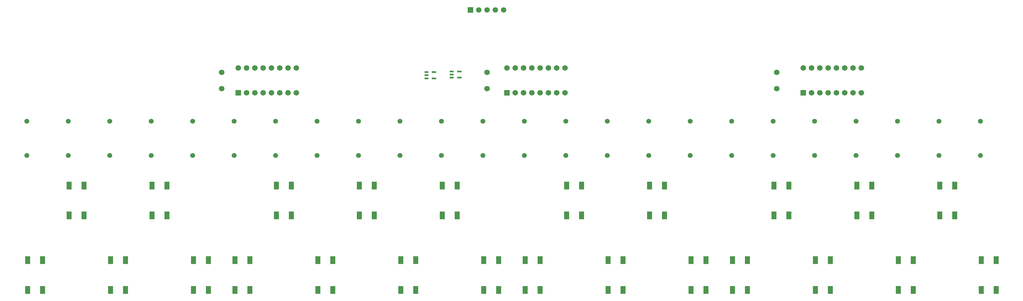
<source format=gts>
G04 Layer: TopSolderMaskLayer*
G04 EasyEDA v6.5.43, 2024-08-27 15:16:03*
G04 cb6e2e9fbd21486d88ae5690d2d3dc00,10*
G04 Gerber Generator version 0.2*
G04 Scale: 100 percent, Rotated: No, Reflected: No *
G04 Dimensions in millimeters *
G04 leading zeros omitted , absolute positions ,4 integer and 5 decimal *
%FSLAX45Y45*%
%MOMM*%

%AMMACRO1*4,1,8,-0.7711,-1.2008,-0.8008,-1.171,-0.8008,1.1711,-0.7711,1.2008,0.771,1.2008,0.8008,1.1711,0.8008,-1.171,0.771,-1.2008,-0.7711,-1.2008,0*%
%AMMACRO2*4,1,8,-0.8211,-0.8508,-0.8508,-0.821,-0.8508,0.821,-0.8211,0.8508,0.821,0.8508,0.8508,0.821,0.8508,-0.821,0.821,-0.8508,-0.8211,-0.8508,0*%
%AMMACRO3*4,1,8,-0.8211,-0.8508,-0.8508,-0.821,-0.8508,0.8211,-0.8211,0.8508,0.821,0.8508,0.8508,0.8211,0.8508,-0.821,0.821,-0.8508,-0.8211,-0.8508,0*%
%AMMACRO4*4,1,8,-0.5996,-0.2958,-0.6293,-0.266,-0.6293,0.2661,-0.5996,0.2958,0.5995,0.2958,0.6293,0.2661,0.6293,-0.266,0.5995,-0.2958,-0.5996,-0.2958,0*%
%AMMACRO5*4,1,8,-0.6086,-0.2958,-0.6383,-0.266,-0.6383,0.2661,-0.6086,0.2958,0.6085,0.2958,0.6383,0.2661,0.6383,-0.266,0.6085,-0.2958,-0.6086,-0.2958,0*%
%AMMACRO6*4,1,8,-0.8085,-0.8382,-0.8382,-0.8084,-0.8382,0.8085,-0.8085,0.8382,0.8084,0.8382,0.8382,0.8085,0.8382,-0.8084,0.8084,-0.8382,-0.8085,-0.8382,0*%
%ADD10C,1.7000*%
%ADD11MACRO1*%
%ADD12C,1.7016*%
%ADD13MACRO2*%
%ADD14MACRO3*%
%ADD15MACRO4*%
%ADD16MACRO5*%
%ADD17C,1.6764*%
%ADD18MACRO6*%
%ADD19C,1.5016*%
%ADD20C,1.5020*%

%LPD*%
D10*
G01*
X6477000Y4694986D03*
G01*
X6477000Y4194987D03*
G01*
X14605000Y4195013D03*
G01*
X14605000Y4695012D03*
D11*
G01*
X9877005Y-1069009D03*
G01*
X9876980Y-1978990D03*
G01*
X9426994Y-1069009D03*
G01*
X9426994Y-1978990D03*
G01*
X11147005Y1216990D03*
G01*
X11146980Y307009D03*
G01*
X10696994Y1216990D03*
G01*
X10696994Y307009D03*
G01*
X12417005Y-1069009D03*
G01*
X12416980Y-1978990D03*
G01*
X11966994Y-1069009D03*
G01*
X11966994Y-1978990D03*
G01*
X13687005Y1216990D03*
G01*
X13686980Y307009D03*
G01*
X13236994Y1216990D03*
G01*
X13236994Y307009D03*
G01*
X14957005Y-1069009D03*
G01*
X14956980Y-1978990D03*
G01*
X14506994Y-1069009D03*
G01*
X14506994Y-1978990D03*
G01*
X16227005Y-1069009D03*
G01*
X16226980Y-1978990D03*
G01*
X15776994Y-1069009D03*
G01*
X15776994Y-1978990D03*
G01*
X17497005Y1216990D03*
G01*
X17496980Y307009D03*
G01*
X17046994Y1216990D03*
G01*
X17046994Y307009D03*
G01*
X18767005Y-1069009D03*
G01*
X18766980Y-1978990D03*
G01*
X18316994Y-1069009D03*
G01*
X18316994Y-1978990D03*
G01*
X20037005Y1216990D03*
G01*
X20036980Y307009D03*
G01*
X19586994Y1216990D03*
G01*
X19586994Y307009D03*
G01*
X21307005Y-1069009D03*
G01*
X21306980Y-1978990D03*
G01*
X20856994Y-1069009D03*
G01*
X20856994Y-1978990D03*
G01*
X22577005Y-1069009D03*
G01*
X22576980Y-1978990D03*
G01*
X22126994Y-1069009D03*
G01*
X22126994Y-1978990D03*
G01*
X23847005Y1216990D03*
G01*
X23846980Y307009D03*
G01*
X23396994Y1216990D03*
G01*
X23396994Y307009D03*
G01*
X25117005Y-1069009D03*
G01*
X25116980Y-1978990D03*
G01*
X24666994Y-1069009D03*
G01*
X24666994Y-1978990D03*
G01*
X26386952Y1216990D03*
G01*
X26386927Y307009D03*
G01*
X25936940Y1216990D03*
G01*
X25936940Y307009D03*
G01*
X27656950Y-1069009D03*
G01*
X27656924Y-1978990D03*
G01*
X27206938Y-1069009D03*
G01*
X27206938Y-1978990D03*
G01*
X28926947Y1216990D03*
G01*
X28926922Y307009D03*
G01*
X28476935Y1216990D03*
G01*
X28476935Y307009D03*
G01*
X30196944Y-1069009D03*
G01*
X30196919Y-1978990D03*
G01*
X29746933Y-1069009D03*
G01*
X29746933Y-1978990D03*
G01*
X987005Y-1069009D03*
G01*
X986980Y-1978990D03*
G01*
X536994Y-1069009D03*
G01*
X536994Y-1978990D03*
G01*
X2257005Y1216990D03*
G01*
X2256980Y307009D03*
G01*
X1806994Y1216990D03*
G01*
X1806994Y307009D03*
G01*
X3527005Y-1069009D03*
G01*
X3526980Y-1978990D03*
G01*
X3076994Y-1069009D03*
G01*
X3076994Y-1978990D03*
G01*
X4797005Y1216990D03*
G01*
X4796980Y307009D03*
G01*
X4346994Y1216990D03*
G01*
X4346994Y307009D03*
G01*
X6067005Y-1069009D03*
G01*
X6066980Y-1978990D03*
G01*
X5616994Y-1069009D03*
G01*
X5616994Y-1978990D03*
G01*
X7337005Y-1069009D03*
G01*
X7336980Y-1978990D03*
G01*
X6886994Y-1069009D03*
G01*
X6886994Y-1978990D03*
G01*
X8607005Y1216990D03*
G01*
X8606980Y307009D03*
G01*
X8156994Y1216990D03*
G01*
X8156994Y307009D03*
D10*
G01*
X23482300Y4195013D03*
G01*
X23482300Y4695012D03*
D12*
G01*
X6985000Y4826000D03*
G01*
X7239000Y4826000D03*
G01*
X7493000Y4826000D03*
G01*
X7747000Y4826000D03*
G01*
X8001000Y4826000D03*
G01*
X8255000Y4826000D03*
G01*
X8509000Y4826000D03*
G01*
X8763000Y4826000D03*
G01*
X8763000Y4064000D03*
G01*
X8509000Y4064000D03*
G01*
X8255000Y4064000D03*
G01*
X8001000Y4064000D03*
G01*
X7747000Y4064000D03*
G01*
X7493000Y4064000D03*
G01*
X7239000Y4064000D03*
D13*
G01*
X6984992Y4063993D03*
D12*
G01*
X15214600Y4826000D03*
G01*
X15468600Y4826000D03*
G01*
X15722600Y4826000D03*
G01*
X15976600Y4826000D03*
G01*
X16230600Y4826000D03*
G01*
X16484600Y4826000D03*
G01*
X16738600Y4826000D03*
G01*
X16992600Y4826000D03*
G01*
X16992600Y4064000D03*
G01*
X16738600Y4064000D03*
G01*
X16484600Y4064000D03*
G01*
X16230600Y4064000D03*
G01*
X15976600Y4064000D03*
G01*
X15722600Y4064000D03*
G01*
X15468600Y4064000D03*
D13*
G01*
X15214592Y4063993D03*
D12*
G01*
X24295100Y4826000D03*
G01*
X24549100Y4826000D03*
G01*
X24803100Y4826000D03*
G01*
X25057100Y4826000D03*
G01*
X25311100Y4826000D03*
G01*
X25565100Y4826000D03*
G01*
X25819100Y4826000D03*
G01*
X26073100Y4826000D03*
G01*
X26073100Y4064000D03*
G01*
X25819100Y4064000D03*
G01*
X25565100Y4064000D03*
G01*
X25311100Y4064000D03*
G01*
X25057100Y4064000D03*
G01*
X24803100Y4064000D03*
G01*
X24549100Y4064000D03*
D14*
G01*
X24295092Y4064002D03*
D15*
G01*
X13524433Y4717796D03*
G01*
X13524433Y4622800D03*
G01*
X13524433Y4527804D03*
D16*
G01*
X13755166Y4527804D03*
G01*
X13755166Y4717796D03*
D15*
G01*
X12749733Y4698492D03*
G01*
X12749733Y4603496D03*
G01*
X12749733Y4508500D03*
D16*
G01*
X12980466Y4508500D03*
G01*
X12980466Y4698492D03*
D17*
G01*
X15113000Y6604000D03*
G01*
X14859000Y6604000D03*
G01*
X14605000Y6604000D03*
G01*
X14351000Y6604000D03*
D18*
G01*
X14097000Y6604000D03*
D19*
G01*
X10668000Y3191992D03*
G01*
X10668000Y2142007D03*
G01*
X11938000Y3191992D03*
G01*
X11938000Y2142007D03*
G01*
X13208000Y3191992D03*
G01*
X13208000Y2142007D03*
G01*
X14478000Y3191992D03*
G01*
X14478000Y2142007D03*
G01*
X15748000Y3191992D03*
G01*
X15748000Y2142007D03*
G01*
X17018000Y3191992D03*
G01*
X17018000Y2142007D03*
G01*
X18288000Y3191992D03*
G01*
X18288000Y2142007D03*
G01*
X19558000Y3191992D03*
G01*
X19558000Y2142007D03*
G01*
X20828000Y3191992D03*
G01*
X20828000Y2142007D03*
G01*
X22098000Y3191992D03*
G01*
X22098000Y2142007D03*
G01*
X23368000Y3191992D03*
G01*
X23368000Y2142007D03*
G01*
X24638000Y3191992D03*
G01*
X24638000Y2142007D03*
G01*
X25907949Y3191992D03*
G01*
X25907949Y2142007D03*
G01*
X27177949Y3191992D03*
G01*
X27177949Y2142007D03*
G01*
X28447949Y3191992D03*
G01*
X28447949Y2142007D03*
G01*
X29717949Y3191992D03*
G01*
X29717949Y2142007D03*
D20*
G01*
X8127974Y2141981D03*
G01*
X8127974Y3191992D03*
G01*
X6858000Y2141981D03*
G01*
X6858000Y3191992D03*
G01*
X5588000Y2141981D03*
G01*
X5588000Y3191992D03*
G01*
X4318000Y2141981D03*
G01*
X4318000Y3191992D03*
G01*
X3048000Y2141981D03*
G01*
X3048000Y3191992D03*
G01*
X1778000Y2141981D03*
G01*
X1778000Y3191992D03*
G01*
X508000Y2141981D03*
G01*
X508000Y3191992D03*
G01*
X9397949Y2141981D03*
G01*
X9397949Y3191992D03*
M02*

</source>
